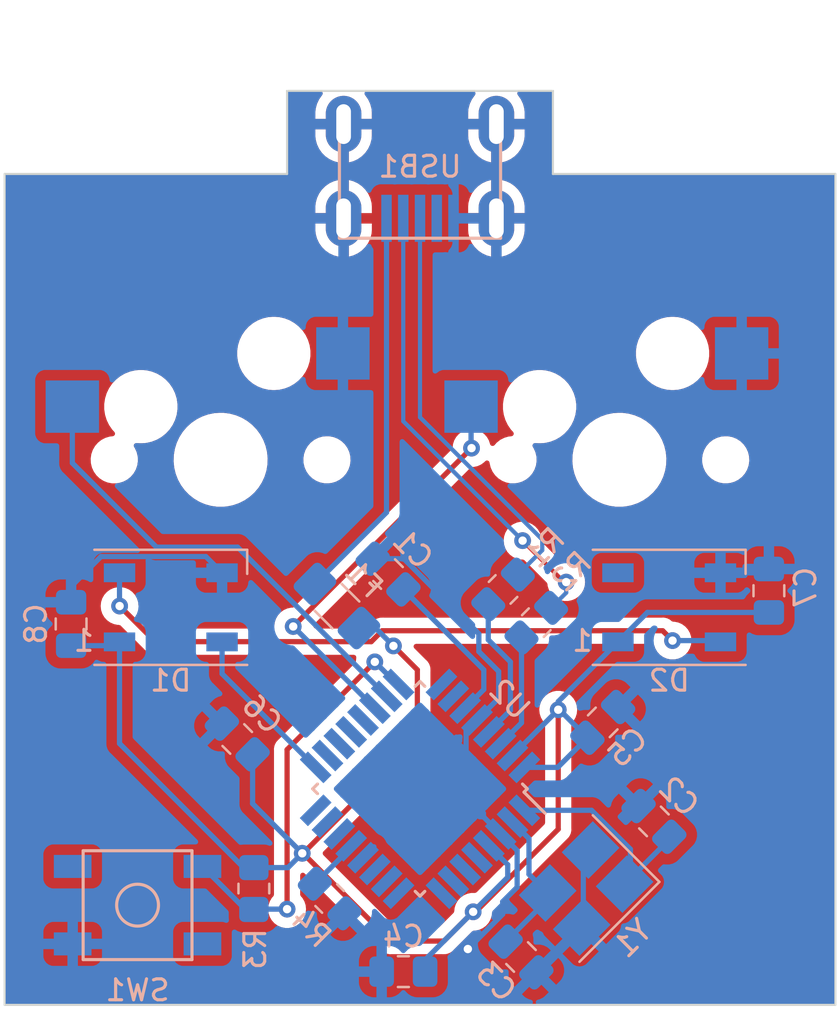
<source format=kicad_pcb>
(kicad_pcb (version 20221018) (generator pcbnew)
  (layers (0 "F.Cu" signal) (31 "B.Cu" signal) (34 "B.Paste" user) (35 "F.Paste" user) (36 "B.SilkS" user "B.Silkscreen") (37 "F.SilkS" user "F.Silkscreen") (38 "B.Mask" user) (39 "F.Mask" user) (44 "Edge.Cuts" user))
  (net 0 "")
  (net 1 "Net-(U2-UCAP)")
  (net 2 "GND")
  (net 3 "XTAL1")
  (net 4 "XTAL2")
  (net 5 "+5V")
  (net 6 "Net-(D1-DOUT)")
  (net 7 "LED")
  (net 9 "VCC")
  (net 10 "COL0")
  (net 11 "COL1")
  (net 12 "D+")
  (net 13 "Net-(U2-D+)")
  (net 14 "D-")
  (net 15 "Net-(U2-D-)")
  (net 16 "Net-(U2-PC1{slash}~{RESET})")
  (net 17 "Net-(U2-~{HWB}{slash}PD7)")
  (net 25 "unconnected-(U2-PD6-Pad12)")
  (footprint "MX_Only:MXOnly-1U-Hotswap" (layer "F.Cu") (at 120.65 72.39)
    (fp_text reference "MX1")
    (fp_text value "MX-NoLED")
    (pad "" np_thru_hole circle (at -5.08 0 48.0996) (size 1.75 1.75) (drill 1.75) (layers "*.Cu" "*.Mask"))
    (pad "" np_thru_hole circle (at -3.81 -2.54) (size 3 3) (drill 3) (layers "*.Cu" "*.Mask"))
    (pad "" np_thru_hole circle (at 0 0) (size 3.9878 3.9878) (drill 3.9878) (layers "*.Cu" "*.Mask"))
    (pad "" np_thru_hole circle (at 2.54 -5.08) (size 3 3) (drill 3) (layers "*.Cu" "*.Mask"))
    (pad "" np_thru_hole circle (at 5.08 0 48.0996) (size 1.75 1.75) (drill 1.75) (layers "*.Cu" "*.Mask"))
    (pad "1" smd rect (at -7.085 -2.54) (size 2.55 2.5) (layers "B.Cu" "B.Paste" "B.Mask") (net 10 "COL0"))
    (pad "2" smd rect (at 5.842 -5.08) (size 2.55 2.5) (layers "B.Cu" "B.Paste" "B.Mask") (net 2 "GND"))
  )
  (footprint "MX_Only:MXOnly-1U-Hotswap" (layer "F.Cu") (at 139.7 72.39)
    (fp_text reference "MX2")
    (fp_text value "MX-NoLED")
    (pad "" np_thru_hole circle (at -5.08 0 48.0996) (size 1.75 1.75) (drill 1.75) (layers "*.Cu" "*.Mask"))
    (pad "" np_thru_hole circle (at -3.81 -2.54) (size 3 3) (drill 3) (layers "*.Cu" "*.Mask"))
    (pad "" np_thru_hole circle (at 0 0) (size 3.9878 3.9878) (drill 3.9878) (layers "*.Cu" "*.Mask"))
    (pad "" np_thru_hole circle (at 2.54 -5.08) (size 3 3) (drill 3) (layers "*.Cu" "*.Mask"))
    (pad "" np_thru_hole circle (at 5.08 0 48.0996) (size 1.75 1.75) (drill 1.75) (layers "*.Cu" "*.Mask"))
    (pad "1" smd rect (at -7.085 -2.54) (size 2.55 2.5) (layers "B.Cu" "B.Paste" "B.Mask") (net 11 "COL1"))
    (pad "2" smd rect (at 5.842 -5.08) (size 2.55 2.5) (layers "B.Cu" "B.Paste" "B.Mask") (net 2 "GND"))
  )
  (footprint "LED_SMD:LED_WS2812B_PLCC4_5.0x5.0mm_P3.2mm" (layer "B.Cu") (at 118.26875 79.4375)
    (fp_text reference "D1" (at 0 3.5) (layer "B.SilkS") (effects (justify mirror)))
    (fp_text value "WS2812B")
    (fp_text user "1" (at -4.15 1.6) (layer "B.SilkS") (effects (justify mirror)))
    (fp_line (start -3.65 -2.75) (end 3.65 -2.75) (stroke (width 0.12)) (layer "B.SilkS"))
    (fp_line (start -3.65 2.75) (end 3.65 2.75) (stroke (width 0.12)) (layer "B.SilkS"))
    (fp_line (start 3.65 -2.75) (end 3.65 -1.6) (stroke (width 0.12)) (layer "B.SilkS"))
    (pad "1" smd rect (at -2.45 1.65) (size 1.5 0.9) (layers "B.Cu" "B.Paste" "B.Mask") (net 5 "+5V"))
    (pad "2" smd rect (at -2.45 -1.65) (size 1.5 0.9) (layers "B.Cu" "B.Paste" "B.Mask") (net 6 "Net-(D1-DOUT)"))
    (pad "3" smd rect (at 2.45 -1.65) (size 1.5 0.9) (layers "B.Cu" "B.Paste" "B.Mask") (net 2 "GND"))
    (pad "4" smd rect (at 2.45 1.65) (size 1.5 0.9) (layers "B.Cu" "B.Paste" "B.Mask") (net 7 "LED"))
  )
  (footprint "Capacitor_SMD:C_0805_2012Metric_Pad1.18x1.45mm_HandSolder" (layer "B.Cu") (at 129.38125 96.8375 180)
    (fp_text reference "C4" (at 0 1.68) (layer "B.SilkS") (effects (justify mirror)))
    (fp_text value "0.1uF")
    (fp_line (start -0.261252 -0.735) (end 0.261252 -0.735) (stroke (width 0.12)) (layer "B.SilkS"))
    (fp_line (start -0.261252 0.735) (end 0.261252 0.735) (stroke (width 0.12)) (layer "B.SilkS"))
    (pad "1" smd roundrect (at -1.0375 0 180) (size 1.175 1.45) (layers "B.Cu" "B.Paste" "B.Mask") (roundrect_rratio 0.2127659574) (net 5 "+5V"))
    (pad "2" smd roundrect (at 1.0375 0 180) (size 1.175 1.45) (layers "B.Cu" "B.Paste" "B.Mask") (roundrect_rratio 0.2127659574) (net 2 "GND"))
  )
  (footprint "Resistor_SMD:R_0805_2012Metric_Pad1.20x1.40mm_HandSolder" (layer "B.Cu") (at 125.857 93.345 -45)
    (fp_text reference "R4" (at 0.35921 1.616446 135) (layer "B.SilkS") (effects (justify mirror)))
    (fp_text value "10k")
    (fp_line (start -0.227064 -0.735) (end 0.227064 -0.735) (stroke (width 0.12)) (layer "B.SilkS"))
    (fp_line (start -0.227064 0.735) (end 0.227064 0.735) (stroke (width 0.12)) (layer "B.SilkS"))
    (pad "1" smd roundrect (at -1 0 315) (size 1.2 1.4) (layers "B.Cu" "B.Paste" "B.Mask") (roundrect_rratio 0.2083333333) (net 17 "Net-(U2-~{HWB}{slash}PD7)"))
    (pad "2" smd roundrect (at 1 0 315) (size 1.2 1.4) (layers "B.Cu" "B.Paste" "B.Mask") (roundrect_rratio 0.2083333333) (net 2 "GND"))
  )
  (footprint "Resistor_SMD:R_0805_2012Metric_Pad1.20x1.40mm_HandSolder" (layer "B.Cu") (at 135.73125 80.16875 -135)
    (fp_text reference "R2" (at -2.918583 0.538815 45) (layer "B.SilkS") (effects (justify mirror)))
    (fp_text value "22")
    (fp_line (start -0.227064 -0.735) (end 0.227064 -0.735) (stroke (width 0.12)) (layer "B.SilkS"))
    (fp_line (start -0.227064 0.735) (end 0.227064 0.735) (stroke (width 0.12)) (layer "B.SilkS"))
    (pad "1" smd roundrect (at -1 0 225) (size 1.2 1.4) (layers "B.Cu" "B.Paste" "B.Mask") (roundrect_rratio 0.2083333333) (net 14 "D-"))
    (pad "2" smd roundrect (at 1 0 225) (size 1.2 1.4) (layers "B.Cu" "B.Paste" "B.Mask") (roundrect_rratio 0.2083333333) (net 15 "Net-(U2-D-)"))
  )
  (footprint "Capacitor_SMD:C_0805_2012Metric_Pad1.18x1.45mm_HandSolder" (layer "B.Cu") (at 138.90625 84.93125 45)
    (fp_text reference "C5" (at 0 1.68 45) (layer "B.SilkS") (effects (justify mirror)))
    (fp_text value "0.1uF")
    (fp_line (start -0.261252 -0.735) (end 0.261252 -0.735) (stroke (width 0.12)) (layer "B.SilkS"))
    (fp_line (start -0.261252 0.735) (end 0.261252 0.735) (stroke (width 0.12)) (layer "B.SilkS"))
    (pad "1" smd roundrect (at -1.0375 0 45) (size 1.175 1.45) (layers "B.Cu" "B.Paste" "B.Mask") (roundrect_rratio 0.2127659574) (net 5 "+5V"))
    (pad "2" smd roundrect (at 1.0375 0 45) (size 1.175 1.45) (layers "B.Cu" "B.Paste" "B.Mask") (roundrect_rratio 0.2127659574) (net 2 "GND"))
  )
  (footprint "Fuse:Fuse_1206_3216Metric_Pad1.42x1.75mm_HandSolder" (layer "B.Cu") (at 126.20625 79.375 135)
    (fp_text reference "F1" (at 0 1.82 135) (layer "B.SilkS") (effects (justify mirror)))
    (fp_text value "500mah")
    (fp_line (start -0.602064 -0.91) (end 0.602064 -0.91) (stroke (width 0.12)) (layer "B.SilkS"))
    (fp_line (start -0.602064 0.91) (end 0.602064 0.91) (stroke (width 0.12)) (layer "B.SilkS"))
    (pad "1" smd roundrect (at -1.4875 0 135) (size 1.425 1.75) (layers "B.Cu" "B.Paste" "B.Mask") (roundrect_rratio 0.1754392982) (net 5 "+5V"))
    (pad "2" smd roundrect (at 1.4875 0 135) (size 1.425 1.75) (layers "B.Cu" "B.Paste" "B.Mask") (roundrect_rratio 0.1754392982) (net 9 "VCC"))
  )
  (footprint "Resistor_SMD:R_0805_2012Metric_Pad1.20x1.40mm_HandSolder" (layer "B.Cu") (at 134.14375 78.58125 -135)
    (fp_text reference "R1" (at -2.828781 0 45) (layer "B.SilkS") (effects (justify mirror)))
    (fp_text value "22")
    (fp_line (start -0.227064 -0.735) (end 0.227064 -0.735) (stroke (width 0.12)) (layer "B.SilkS"))
    (fp_line (start -0.227064 0.735) (end 0.227064 0.735) (stroke (width 0.12)) (layer "B.SilkS"))
    (pad "1" smd roundrect (at -1 0 225) (size 1.2 1.4) (layers "B.Cu" "B.Paste" "B.Mask") (roundrect_rratio 0.2083333333) (net 12 "D+"))
    (pad "2" smd roundrect (at 1 0 225) (size 1.2 1.4) (layers "B.Cu" "B.Paste" "B.Mask") (roundrect_rratio 0.2083333333) (net 13 "Net-(U2-D+)"))
  )
  (footprint "Capacitor_SMD:C_0805_2012Metric_Pad1.18x1.45mm_HandSolder" (layer "B.Cu") (at 113.50625 80.23125 -90)
    (fp_text reference "C8" (at 0 1.68 90) (layer "B.SilkS") (effects (justify mirror)))
    (fp_text value "0.1uF")
    (fp_line (start -0.261252 -0.735) (end 0.261252 -0.735) (stroke (width 0.12)) (layer "B.SilkS"))
    (fp_line (start -0.261252 0.735) (end 0.261252 0.735) (stroke (width 0.12)) (layer "B.SilkS"))
    (pad "1" smd roundrect (at -1.0375 0 270) (size 1.175 1.45) (layers "B.Cu" "B.Paste" "B.Mask") (roundrect_rratio 0.2127659574) (net 2 "GND"))
    (pad "2" smd roundrect (at 1.0375 0 270) (size 1.175 1.45) (layers "B.Cu" "B.Paste" "B.Mask") (roundrect_rratio 0.2127659574) (net 5 "+5V"))
  )
  (footprint "Capacitor_SMD:C_0805_2012Metric_Pad1.18x1.45mm_HandSolder" (layer "B.Cu") (at 141.351 89.662 135)
    (fp_text reference "C2" (at 0 1.679999 135) (layer "B.SilkS") (effects (justify mirror)))
    (fp_text value "14pF")
    (fp_line (start -0.261252 -0.735) (end 0.261252 -0.735) (stroke (width 0.12)) (layer "B.SilkS"))
    (fp_line (start -0.261252 0.735) (end 0.261252 0.735) (stroke (width 0.12)) (layer "B.SilkS"))
    (pad "1" smd roundrect (at -1.0375 0 135) (size 1.175 1.45) (layers "B.Cu" "B.Paste" "B.Mask") (roundrect_rratio 0.2127659574) (net 3 "XTAL1"))
    (pad "2" smd roundrect (at 1.0375 0 135) (size 1.175 1.45) (layers "B.Cu" "B.Paste" "B.Mask") (roundrect_rratio 0.2127659574) (net 2 "GND"))
  )
  (footprint "random-keyboard-parts:Molex-0548190589" (layer "B.Cu") (at 130.175 56.35625 -90)
    (fp_text reference "USB1" (at 2.032 0 -360) (layer "B.SilkS") (effects (justify mirror)))
    (fp_text value "Molex-0548190589")
    (fp_line (start 0 -3.85) (end 5.45 -3.85) (stroke (width 0.15)) (layer "B.SilkS"))
    (fp_line (start 0 3.85) (end 5.45 3.85) (stroke (width 0.15)) (layer "B.SilkS"))
    (fp_line (start 5.45 3.85) (end 5.45 -3.85) (stroke (width 0.15)) (layer "B.SilkS"))
    (pad "1" smd rect (at 4.5 -1.6 270) (size 2.25 0.5) (layers "B.Cu" "B.Paste" "B.Mask") (net 2 "GND"))
    (pad "2" smd rect (at 4.5 -0.8 270) (size 2.25 0.5) (layers "B.Cu" "B.Paste" "B.Mask"))
    (pad "3" smd rect (at 4.5 0 270) (size 2.25 0.5) (layers "B.Cu" "B.Paste" "B.Mask") (net 12 "D+"))
    (pad "4" smd rect (at 4.5 0.8 270) (size 2.25 0.5) (layers "B.Cu" "B.Paste" "B.Mask") (net 14 "D-"))
    (pad "5" smd rect (at 4.5 1.6 270) (size 2.25 0.5) (layers "B.Cu" "B.Paste" "B.Mask") (net 9 "VCC"))
    (pad "6" thru_hole oval (at 0 -3.65 270) (size 2.7 1.7) (drill oval 1.9 0.7) (layers "*.Cu" "*.Mask") (net 2 "GND"))
    (pad "6" thru_hole oval (at 0 3.65 270) (size 2.7 1.7) (drill oval 1.9 0.7) (layers "*.Cu" "*.Mask") (net 2 "GND"))
    (pad "6" thru_hole oval (at 4.5 -3.65 270) (size 2.7 1.7) (drill oval 1.9 0.7) (layers "*.Cu" "*.Mask") (net 2 "GND"))
    (pad "6" thru_hole oval (at 4.5 3.65 270) (size 2.7 1.7) (drill oval 1.9 0.7) (layers "*.Cu" "*.Mask") (net 2 "GND"))
  )
  (footprint "Capacitor_SMD:C_0805_2012Metric_Pad1.18x1.45mm_HandSolder" (layer "B.Cu") (at 121.44375 85.725 135)
    (fp_text reference "C6" (at 0 1.68 135) (layer "B.SilkS") (effects (justify mirror)))
    (fp_text value "10uF")
    (fp_line (start -0.261252 -0.735) (end 0.261252 -0.735) (stroke (width 0.12)) (layer "B.SilkS"))
    (fp_line (start -0.261252 0.735) (end 0.261252 0.735) (stroke (width 0.12)) (layer "B.SilkS"))
    (pad "1" smd roundrect (at -1.0375 0 135) (size 1.175 1.45) (layers "B.Cu" "B.Paste" "B.Mask") (roundrect_rratio 0.2127659574) (net 5 "+5V"))
    (pad "2" smd roundrect (at 1.0375 0 135) (size 1.175 1.45) (layers "B.Cu" "B.Paste" "B.Mask") (roundrect_rratio 0.2127659574) (net 2 "GND"))
  )
  (footprint "random-keyboard-parts:SKQGADE010" (layer "B.Cu") (at 116.68125 93.6625 180)
    (fp_text reference "SW1" (at 0 -4.064) (layer "B.SilkS") (effects (justify mirror)))
    (fp_text value "SW_Push")
    (fp_line (start -2.6 -2.6) (end -2.6 2.6) (stroke (width 0.15)) (layer "B.SilkS"))
    (fp_line (start -2.6 2.6) (end 2.6 2.6) (stroke (width 0.15)) (layer "B.SilkS"))
    (fp_line (start 2.6 -2.6) (end -2.6 -2.6) (stroke (width 0.15)) (layer "B.SilkS"))
    (fp_line (start 2.6 2.6) (end 2.6 -2.6) (stroke (width 0.15)) (layer "B.SilkS"))
    (fp_circle (center 0 0) (end 1 0) (stroke (width 0.15)) (fill none) (layer "B.SilkS"))
    (pad "1" smd rect (at 3.1 -1.85 180) (size 1.8 1.1) (layers "B.Cu" "B.Paste" "B.Mask") (net 2 "GND"))
    (pad "2" smd rect (at -3.1 1.85 180) (size 1.8 1.1) (layers "B.Cu" "B.Paste" "B.Mask") (net 16 "Net-(U2-PC1{slash}~{RESET})"))
    (pad "3" smd rect (at 3.1 1.85 180) (size 1.8 1.1) (layers "B.Cu" "B.Paste" "B.Mask"))
    (pad "4" smd rect (at -3.1 -1.85 180) (size 1.8 1.1) (layers "B.Cu" "B.Paste" "B.Mask"))
  )
  (footprint "Capacitor_SMD:C_0805_2012Metric_Pad1.18x1.45mm_HandSolder" (layer "B.Cu") (at 146.84375 78.64375 -90)
    (fp_text reference "C7" (at -0.15775 -1.74625 -270) (layer "B.SilkS") (effects (justify mirror)))
    (fp_text value "0.1uF")
    (fp_line (start -0.261252 -0.735) (end 0.261252 -0.735) (stroke (width 0.12)) (layer "B.SilkS"))
    (fp_line (start -0.261252 0.735) (end 0.261252 0.735) (stroke (width 0.12)) (layer "B.SilkS"))
    (pad "1" smd roundrect (at -1.0375 0 270) (size 1.175 1.45) (layers "B.Cu" "B.Paste" "B.Mask") (roundrect_rratio 0.2127659574) (net 2 "GND"))
    (pad "2" smd roundrect (at 1.0375 0 270) (size 1.175 1.45) (layers "B.Cu" "B.Paste" "B.Mask") (roundrect_rratio 0.2127659574) (net 5 "+5V"))
  )
  (footprint "Resistor_SMD:R_0805_2012Metric_Pad1.20x1.40mm_HandSolder" (layer "B.Cu") (at 122.2375 92.86875 -90)
    (fp_text reference "R3" (at 2.88925 -0.0635 90) (layer "B.SilkS") (effects (justify mirror)))
    (fp_text value "10k")
    (fp_line (start -0.227064 -0.735) (end 0.227064 -0.735) (stroke (width 0.12)) (layer "B.SilkS"))
    (fp_line (start -0.227064 0.735) (end 0.227064 0.735) (stroke (width 0.12)) (layer "B.SilkS"))
    (pad "1" smd roundrect (at -1 0 270) (size 1.2 1.4) (layers "B.Cu" "B.Paste" "B.Mask") (roundrect_rratio 0.2083333333) (net 5 "+5V"))
    (pad "2" smd roundrect (at 1 0 270) (size 1.2 1.4) (layers "B.Cu" "B.Paste" "B.Mask") (roundrect_rratio 0.2083333333) (net 16 "Net-(U2-PC1{slash}~{RESET})"))
  )
  (footprint "Capacitor_SMD:C_0805_2012Metric_Pad1.18x1.45mm_HandSolder" (layer "B.Cu") (at 135.001 96.139 -45)
    (fp_text reference "C3" (at 0 1.68 135) (layer "B.SilkS") (effects (justify mirror)))
    (fp_text value "14pF")
    (fp_line (start -0.261252 -0.735) (end 0.261252 -0.735) (stroke (width 0.12)) (layer "B.SilkS"))
    (fp_line (start -0.261252 0.735) (end 0.261252 0.735) (stroke (width 0.12)) (layer "B.SilkS"))
    (pad "1" smd roundrect (at -1.0375 0 315) (size 1.175 1.45) (layers "B.Cu" "B.Paste" "B.Mask") (roundrect_rratio 0.2127659574) (net 4 "XTAL2"))
    (pad "2" smd roundrect (at 1.0375 0 315) (size 1.175 1.45) (layers "B.Cu" "B.Paste" "B.Mask") (roundrect_rratio 0.2127659574) (net 2 "GND"))
  )
  (footprint "LED_SMD:LED_WS2812B_PLCC4_5.0x5.0mm_P3.2mm" (layer "B.Cu") (at 142.08125 79.4375)
    (fp_text reference "D2" (at 0 3.5) (layer "B.SilkS") (effects (justify mirror)))
    (fp_text value "WS2812B")
    (fp_text user "1" (at -4.15 1.6) (layer "B.SilkS") (effects (justify mirror)))
    (fp_line (start -3.65 -2.75) (end 3.65 -2.75) (stroke (width 0.12)) (layer "B.SilkS"))
    (fp_line (start -3.65 2.75) (end 3.65 2.75) (stroke (width 0.12)) (layer "B.SilkS"))
    (fp_line (start 3.65 -2.75) (end 3.65 -1.6) (stroke (width 0.12)) (layer "B.SilkS"))
    (pad "1" smd rect (at -2.45 1.65) (size 1.5 0.9) (layers "B.Cu" "B.Paste" "B.Mask") (net 5 "+5V"))
    (pad "2" smd rect (at -2.45 -1.65) (size 1.5 0.9) (layers "B.Cu" "B.Paste" "B.Mask"))
    (pad "3" smd rect (at 2.45 -1.65) (size 1.5 0.9) (layers "B.Cu" "B.Paste" "B.Mask") (net 2 "GND"))
    (pad "4" smd rect (at 2.45 1.65) (size 1.5 0.9) (layers "B.Cu" "B.Paste" "B.Mask") (net 6 "Net-(D1-DOUT)"))
  )
  (footprint "Package_QFP:TQFP-32_7x7mm_P0.8mm" (layer "B.Cu") (at 130.175 88.10625 135)
    (fp_text reference "U2" (at 0 6.05 135) (layer "B.SilkS") (effects (justify mirror)))
    (fp_text value "ATmega32U2-AU")
    (fp_line (start -3.625 -3.625) (end -3.625 -3.3) (stroke (width 0.15)) (layer "B.SilkS"))
    (fp_line (start -3.625 -3.625) (end -3.3 -3.625) (stroke (width 0.15)) (layer "B.SilkS"))
    (fp_line (start -3.625 3.4) (end -5.05 3.4) (stroke (width 0.15)) (layer "B.SilkS"))
    (fp_line (start -3.625 3.625) (end -3.625 3.4) (stroke (width 0.15)) (layer "B.SilkS"))
    (fp_line (start -3.625 3.625) (end -3.3 3.625) (stroke (width 0.15)) (layer "B.SilkS"))
    (fp_line (start 3.625 -3.625) (end 3.3 -3.625) (stroke (width 0.15)) (layer "B.SilkS"))
    (fp_line (start 3.625 -3.625) (end 3.625 -3.3) (stroke (width 0.15)) (layer "B.SilkS"))
    (fp_line (start 3.625 3.625) (end 3.3 3.625) (stroke (width 0.15)) (layer "B.SilkS"))
    (fp_line (start 3.625 3.625) (end 3.625 3.3) (stroke (width 0.15)) (layer "B.SilkS"))
    (pad "1" smd rect (at -4.25 2.8 135) (size 1.6 0.55) (layers "B.Cu" "B.Paste" "B.Mask") (net 3 "XTAL1"))
    (pad "2" smd rect (at -4.25 2 135) (size 1.6 0.55) (layers "B.Cu" "B.Paste" "B.Mask") (net 4 "XTAL2"))
    (pad "3" smd rect (at -4.25 1.2 135) (size 1.6 0.55) (layers "B.Cu" "B.Paste" "B.Mask") (net 2 "GND"))
    (pad "4" smd rect (at -4.25 0.4 135) (size 1.6 0.55) (layers "B.Cu" "B.Paste" "B.Mask") (net 5 "+5V"))
    (pad "5" smd rect (at -4.25 -0.4 135) (size 1.6 0.55) (layers "B.Cu" "B.Paste" "B.Mask"))
    (pad "6" smd rect (at -4.25 -1.2 135) (size 1.6 0.55) (layers "B.Cu" "B.Paste" "B.Mask"))
    (pad "7" smd rect (at -4.25 -2 135) (size 1.6 0.55) (layers "B.Cu" "B.Paste" "B.Mask"))
    (pad "8" smd rect (at -4.25 -2.8 135) (size 1.6 0.55) (layers "B.Cu" "B.Paste" "B.Mask"))
    (pad "9" smd rect (at -2.8 -4.25 45) (size 1.6 0.55) (layers "B.Cu" "B.Paste" "B.Mask"))
    (pad "10" smd rect (at -2 -4.25 45) (size 1.6 0.55) (layers "B.Cu" "B.Paste" "B.Mask"))
    (pad "11" smd rect (at -1.2 -4.25 45) (size 1.6 0.55) (layers "B.Cu" "B.Paste" "B.Mask"))
    (pad "12" smd rect (at -0.4 -4.25 45) (size 1.6 0.55) (layers "B.Cu" "B.Paste" "B.Mask") (net 25 "unconnected-(U2-PD6-Pad12)"))
    (pad "13" smd rect (at 0.4 -4.25 45) (size 1.6 0.55) (layers "B.Cu" "B.Paste" "B.Mask") (net 17 "Net-(U2-~{HWB}{slash}PD7)"))
    (pad "14" smd rect (at 1.2 -4.25 45) (size 1.6 0.55) (layers "B.Cu" "B.Paste" "B.Mask"))
    (pad "15" smd rect (at 2 -4.25 45) (size 1.6 0.55) (layers "B.Cu" "B.Paste" "B.Mask"))
    (pad "16" smd rect (at 2.8 -4.25 45) (size 1.6 0.55) (layers "B.Cu" "B.Paste" "B.Mask"))
    (pad "17" smd rect (at 4.25 -2.8 135) (size 1.6 0.55) (layers "B.Cu" "B.Paste" "B.Mask") (net 7 "LED"))
    (pad "18" smd rect (at 4.25 -2 135) (size 1.6 0.55) (layers "B.Cu" "B.Paste" "B.Mask"))
    (pad "19" smd rect (at 4.25 -1.2 135) (size 1.6 0.55) (layers "B.Cu" "B.Paste" "B.Mask"))
    (pad "20" smd rect (at 4.25 -0.4 135) (size 1.6 0.55) (layers "B.Cu" "B.Paste" "B.Mask"))
    (pad "21" smd rect (at 4.25 0.4 135) (size 1.6 0.55) (layers "B.Cu" "B.Paste" "B.Mask"))
    (pad "22" smd rect (at 4.25 1.2 135) (size 1.6 0.55) (layers "B.Cu" "B.Paste" "B.Mask") (net 11 "COL1"))
    (pad "23" smd rect (at 4.25 2 135) (size 1.6 0.55) (layers "B.Cu" "B.Paste" "B.Mask") (net 10 "COL0"))
    (pad "24" smd rect (at 4.25 2.8 135) (size 1.6 0.55) (layers "B.Cu" "B.Paste" "B.Mask") (net 16 "Net-(U2-PC1{slash}~{RESET})"))
    (pad "25" smd rect (at 2.8 4.25 45) (size 1.6 0.55) (layers "B.Cu" "B.Paste" "B.Mask"))
    (pad "26" smd rect (at 2 4.25 45) (size 1.6 0.55) (layers "B.Cu" "B.Paste" "B.Mask"))
    (pad "27" smd rect (at 1.2 4.25 45) (size 1.6 0.55) (layers "B.Cu" "B.Paste" "B.Mask") (net 1 "Net-(U2-UCAP)"))
    (pad "28" smd rect (at 0.4 4.25 45) (size 1.6 0.55) (layers "B.Cu" "B.Paste" "B.Mask") (net 2 "GND"))
    (pad "29" smd rect (at -0.4 4.25 45) (size 1.6 0.55) (layers "B.Cu" "B.Paste" "B.Mask") (net 13 "Net-(U2-D+)"))
    (pad "30" smd rect (at -1.2 4.25 45) (size 1.6 0.55) (layers "B.Cu" "B.Paste" "B.Mask") (net 15 "Net-(U2-D-)"))
    (pad "31" smd rect (at -2 4.25 45) (size 1.6 0.55) (layers "B.Cu" "B.Paste" "B.Mask") (net 5 "+5V"))
    (pad "32" smd rect (at -2.8 4.25 45) (size 1.6 0.55) (layers "B.Cu" "B.Paste" "B.Mask") (net 5 "+5V"))
  )
  (footprint "Capacitor_SMD:C_0805_2012Metric_Pad1.18x1.45mm_HandSolder" (layer "B.Cu") (at 128.647627 77.847627 135)
    (fp_text reference "C1" (at 0 1.679999 135) (layer "B.SilkS") (effects (justify mirror)))
    (fp_text value "1uF")
    (fp_line (start -0.261252 -0.735) (end 0.261252 -0.735) (stroke (width 0.12)) (layer "B.SilkS"))
    (fp_line (start -0.261252 0.735) (end 0.261252 0.735) (stroke (width 0.12)) (layer "B.SilkS"))
    (pad "1" smd roundrect (at -1.0375 0 135) (size 1.175 1.45) (layers "B.Cu" "B.Paste" "B.Mask") (roundrect_rratio 0.2127659574) (net 1 "Net-(U2-UCAP)"))
    (pad "2" smd roundrect (at 1.0375 0 135) (size 1.175 1.45) (layers "B.Cu" "B.Paste" "B.Mask") (roundrect_rratio 0.2127659574) (net 2 "GND"))
  )
  (footprint "Crystal:Crystal_SMD_3225-4Pin_3.2x2.5mm_HandSoldering" (layer "B.Cu") (at 138.1125 92.86875 -135)
    (fp_text reference "Y1" (at 0.112253 -3.255343 45) (layer "B.SilkS") (effects (justify mirror)))
    (fp_text value "16MHz")
    (fp_line (start -2.7 -2.25) (end 2.7 -2.25) (stroke (width 0.12)) (layer "B.SilkS"))
    (fp_line (start -2.7 2.25) (end -2.7 -2.25) (stroke (width 0.12)) (layer "B.SilkS"))
    (pad "1" smd rect (at -1.45 -1.15 225) (size 2.1 1.8) (layers "B.Cu" "B.Paste" "B.Mask") (net 3 "XTAL1"))
    (pad "2" smd rect (at 1.45 -1.15 225) (size 2.1 1.8) (layers "B.Cu" "B.Paste" "B.Mask") (net 2 "GND"))
    (pad "3" smd rect (at 1.45 1.15 225) (size 2.1 1.8) (layers "B.Cu" "B.Paste" "B.Mask") (net 4 "XTAL2"))
    (pad "4" smd rect (at -1.45 1.15 225) (size 2.1 1.8) (layers "B.Cu" "B.Paste" "B.Mask") (net 2 "GND"))
  )
  (gr_line (start 110.33125 58.7375) (end 110.33125 98.425) (stroke (width 0.1)) (layer "Edge.Cuts"))
  (gr_line (start 123.825 58.7375) (end 123.825 54.76875) (stroke (width 0.1)) (layer "Edge.Cuts"))
  (gr_line (start 136.525 54.76875) (end 136.525 58.7375) (stroke (width 0.1)) (layer "Edge.Cuts"))
  (gr_line (start 110.33125 58.7375) (end 123.825 58.7375) (stroke (width 0.1)) (layer "Edge.Cuts"))
  (gr_line (start 150.01875 98.425) (end 150.01875 58.7375) (stroke (width 0.1)) (layer "Edge.Cuts"))
  (gr_line (start 123.825 54.76875) (end 136.525 54.76875) (stroke (width 0.1)) (layer "Edge.Cuts"))
  (gr_line (start 136.525 58.7375) (end 150.01875 58.7375) (stroke (width 0.1)) (layer "Edge.Cuts"))
  (gr_line (start 110.33125 98.425) (end 150.01875 98.425) (stroke (width 0.1)) (layer "Edge.Cuts"))
  (segment (start 129.38125 78.58125) (end 133.223 82.423) (width 0.25) (layer "B.Cu") (net 1))
  (segment (start 133.223 83.361194) (end 132.331676 84.252518) (width 0.25) (layer "B.Cu") (net 1))
  (segment (start 133.223 82.423) (end 133.223 83.361194) (width 0.25) (layer "B.Cu") (net 1))
  (via (at 132.461 95.758) (size 0.8) (drill 0.4) (layers "F.Cu" "B.Cu") (net 2))
  (segment (start 113.50625 79.19375) (end 113.50625 78.44038) (width 0.25) (layer "B.Cu") (net 2))
  (segment (start 146.6625 77.7875) (end 146.84375 77.60625) (width 0.25) (layer "B.Cu") (net 2))
  (segment (start 137.900018 94.707228) (end 137.900368 94.707228) (width 0.25) (layer "B.Cu") (net 2))
  (segment (start 132.897361 84.818203) (end 132.377907 85.337657) (width 0.25) (layer "B.Cu") (net 2))
  (segment (start 134.816 92.806492) (end 134.12643 93.496062) (width 0.25) (layer "B.Cu") (net 2))
  (segment (start 129.39893 77.114004) (end 132.986643 80.701717) (width 0.25) (layer "B.Cu") (net 2))
  (segment (start 134.816 91.050194) (end 134.816 92.806492) (width 0.25) (layer "B.Cu") (net 2))
  (segment (start 132.377907 85.337657) (end 132.377907 88.612101) (width 0.25) (layer "B.Cu") (net 2))
  (segment (start 135.734623 96.872623) (end 137.900018 94.707228) (width 0.25) (layer "B.Cu") (net 2))
  (segment (start 132.986643 80.701717) (end 132.986643 81.550247) (width 0.25) (layer "B.Cu") (net 2))
  (segment (start 133.93377 82.497374) (end 133.93377 83.781794) (width 0.25) (layer "B.Cu") (net 2))
  (segment (start 114.93413 77.0125) (end 119.94375 77.0125) (width 0.25) (layer "B.Cu") (net 2))
  (segment (start 137.97788 94.629716) (end 137.97788 91.377024) (width 0.25) (layer "B.Cu") (net 2))
  (segment (start 113.50625 78.44038) (end 114.93413 77.0125) (width 0.25) (layer "B.Cu") (net 2))
  (segment (start 134.12643 94.09257) (end 132.461 95.758) (width 0.25) (layer "B.Cu") (net 2))
  (segment (start 137.900368 94.707228) (end 137.97788 94.629716) (width 0.25) (layer "B.Cu") (net 2))
  (segment (start 132.377907 88.612101) (end 134.028732 90.262926) (width 0.25) (layer "B.Cu") (net 2))
  (segment (start 127.914004 77.114004) (end 129.39893 77.114004) (width 0.25) (layer "B.Cu") (net 2))
  (segment (start 144.53125 77.7875) (end 146.6625 77.7875) (width 0.25) (layer "B.Cu") (net 2))
  (segment (start 134.028732 90.262926) (end 134.816 91.050194) (width 0.25) (layer "B.Cu") (net 2))
  (segment (start 137.97788 91.377024) (end 138.324632 91.030272) (width 0.25) (layer "B.Cu") (net 2))
  (segment (start 134.12643 93.496062) (end 134.12643 94.09257) (width 0.25) (layer "B.Cu") (net 2))
  (segment (start 133.93377 83.781794) (end 132.897361 84.818203) (width 0.25) (layer "B.Cu") (net 2))
  (segment (start 119.94375 77.0125) (end 120.71875 77.7875) (width 0.25) (layer "B.Cu") (net 2))
  (segment (start 132.986643 81.550247) (end 133.93377 82.497374) (width 0.25) (layer "B.Cu") (net 2))
  (segment (start 142.084623 90.522973) (end 142.084623 90.395623) (width 0.25) (layer "B.Cu") (net 3))
  (segment (start 140.227537 90.988633) (end 138.370459 89.131555) (width 0.25) (layer "B.Cu") (net 3))
  (segment (start 139.950978 92.656618) (end 140.227537 92.380059) (width 0.25) (layer "B.Cu") (net 3))
  (segment (start 138.370459 89.131555) (end 135.160103 89.131555) (width 0.25) (layer "B.Cu") (net 3))
  (segment (start 139.950978 92.656618) (end 142.084623 90.522973) (width 0.25) (layer "B.Cu") (net 3))
  (segment (start 140.227537 92.380059) (end 140.227537 90.988633) (width 0.25) (layer "B.Cu") (net 3))
  (segment (start 136.274022 93.080882) (end 135.382 92.18886) (width 0.25) (layer "B.Cu") (net 4))
  (segment (start 134.267377 95.405377) (end 136.274022 93.398732) (width 0.25) (layer "B.Cu") (net 4))
  (segment (start 135.382 90.484823) (end 134.594417 89.69724) (width 0.25) (layer "B.Cu") (net 4))
  (segment (start 136.274022 93.398732) (end 136.274022 93.080882) (width 0.25) (layer "B.Cu") (net 4))
  (segment (start 135.382 92.18886) (end 135.382 90.484823) (width 0.25) (layer "B.Cu") (net 4))
  (segment (start 130.048 85.725) (end 124.587 91.186) (width 0.25) (layer "F.Cu") (net 5))
  (segment (start 128.778 95.377) (end 131.318 95.377) (width 0.25) (layer "F.Cu") (net 5))
  (segment (start 124.587 91.186) (end 124.5495 91.186) (width 0.25) (layer "F.Cu") (net 5))
  (segment (start 130.048 85.725) (end 130.048 82.4225) (width 0.25) (layer "F.Cu") (net 5))
  (segment (start 128.905 81.2795) (end 130.048 82.4225) (width 0.25) (layer "F.Cu") (net 5))
  (segment (start 132.832695 93.98) (end 136.779 90.033695) (width 0.25) (layer "F.Cu") (net 5))
  (segment (start 136.779 90.033695) (end 136.779 84.328) (width 0.25) (layer "F.Cu") (net 5))
  (segment (start 132.715 93.98) (end 132.832695 93.98) (width 0.25) (layer "F.Cu") (net 5))
  (segment (start 124.587 91.186) (end 128.778 95.377) (width 0.25) (layer "F.Cu") (net 5))
  (segment (start 131.318 95.377) (end 132.715 93.98) (width 0.25) (layer "F.Cu") (net 5))
  (via (at 124.5495 91.186) (size 0.8) (drill 0.4) (layers "F.Cu" "B.Cu") (net 5))
  (via (at 132.715 93.98) (size 0.8) (drill 0.4) (layers "F.Cu" "B.Cu") (net 5))
  (via (at 128.905 81.2795) (size 0.8) (drill 0.4) (layers "F.Cu" "B.Cu") (net 5))
  (via (at 136.779 84.328) (size 0.8) (drill 0.4) (layers "F.Cu" "B.Cu") (net 5))
  (segment (start 115.81875 85.94038) (end 121.74712 91.86875) (width 0.25) (layer "B.Cu") (net 5))
  (segment (start 136.835754 84.328) (end 138.172627 85.664873) (width 0.25) (layer "B.Cu") (net 5))
  (segment (start 127.258071 80.426821) (end 128.052321 80.426821) (width 0.25) (layer "B.Cu") (net 5))
  (segment (start 113.50625 81.26875) (end 115.6375 81.26875) (width 0.25) (layer "B.Cu") (net 5))
  (segment (start 123.86675 91.86875) (end 124.5495 91.186) (width 0.25) (layer "B.Cu") (net 5))
  (segment (start 115.6375 81.26875) (end 115.81875 81.0875) (width 0.25) (layer "B.Cu") (net 5))
  (segment (start 134.366 91.731564) (end 133.463047 90.828611) (width 0.25) (layer "B.Cu") (net 5))
  (segment (start 130.41875 96.8375) (end 130.41875 96.27625) (width 0.25) (layer "B.Cu") (net 5))
  (segment (start 134.366 92.329) (end 134.366 91.731564) (width 0.25) (layer "B.Cu") (net 5))
  (segment (start 139.63125 81.0875) (end 141.0375 79.68125) (width 0.25) (layer "B.Cu") (net 5))
  (segment (start 115.81875 81.0875) (end 115.81875 85.94038) (width 0.25) (layer "B.Cu") (net 5))
  (segment (start 136.756555 87.080945) (end 138.172627 85.664873) (width 0.25) (layer "B.Cu") (net 5))
  (segment (start 134.594417 86.512583) (end 136.779 84.328) (width 0.25) (layer "B.Cu") (net 5))
  (segment (start 141.0375 79.68125) (end 146.84375 79.68125) (width 0.25) (layer "B.Cu") (net 5))
  (segment (start 139.63125 81.0875) (end 136.779 83.93975) (width 0.25) (layer "B.Cu") (net 5))
  (segment (start 136.779 84.328) (end 136.835754 84.328) (width 0.25) (layer "B.Cu") (net 5))
  (segment (start 122.2375 91.86875) (end 123.86675 91.86875) (width 0.25) (layer "B.Cu") (net 5))
  (segment (start 132.715 93.98) (end 134.366 92.329) (width 0.25) (layer "B.Cu") (net 5))
  (segment (start 122.177373 88.813873) (end 124.5495 91.186) (width 0.25) (layer "B.Cu") (net 5))
  (segment (start 134.594417 86.51526) (end 134.594417 86.512583) (width 0.25) (layer "B.Cu") (net 5))
  (segment (start 135.160103 87.080945) (end 136.756555 87.080945) (width 0.25) (layer "B.Cu") (net 5))
  (segment (start 113.6875 81.0875) (end 113.50625 81.26875) (width 0.25) (layer "B.Cu") (net 5))
  (segment (start 130.41875 96.27625) (end 132.715 93.98) (width 0.25) (layer "B.Cu") (net 5))
  (segment (start 122.177373 86.458623) (end 122.177373 88.813873) (width 0.25) (layer "B.Cu") (net 5))
  (segment (start 128.052321 80.426821) (end 128.905 81.2795) (width 0.25) (layer "B.Cu") (net 5))
  (segment (start 121.74712 91.86875) (end 122.2375 91.86875) (width 0.25) (layer "B.Cu") (net 5))
  (segment (start 136.779 83.93975) (end 136.779 84.328) (width 0.25) (layer "B.Cu") (net 5))
  (segment (start 115.824 79.375) (end 117.526097 81.077097) (width 0.25) (layer "F.Cu") (net 6))
  (segment (start 141.769 80.555) (end 142.24 81.026) (width 0.25) (layer "F.Cu") (net 6))
  (segment (start 127.845812 81.077097) (end 128.367909 80.555) (width 0.25) (layer "F.Cu") (net 6))
  (segment (start 117.526097 81.077097) (end 127.845812 81.077097) (width 0.25) (layer "F.Cu") (net 6))
  (segment (start 128.367909 80.555) (end 141.769 80.555) (width 0.25) (layer "F.Cu") (net 6))
  (via (at 115.824 79.375) (size 0.8) (drill 0.4) (layers "F.Cu" "B.Cu") (net 6))
  (via (at 142.24 81.026) (size 0.8) (drill 0.4) (layers "F.Cu" "B.Cu") (net 6))
  (segment (start 115.81875 77.7875) (end 115.81875 79.36975) (width 0.25) (layer "B.Cu") (net 6))
  (segment (start 142.24 81.026) (end 144.46975 81.026) (width 0.25) (layer "B.Cu") (net 6))
  (segment (start 144.46975 81.026) (end 144.53125 81.0875) (width 0.25) (layer "B.Cu") (net 6))
  (segment (start 115.81875 79.36975) (end 115.824 79.375) (width 0.25) (layer "B.Cu") (net 6))
  (segment (start 120.71875 82.609798) (end 125.189897 87.080945) (width 0.25) (layer "B.Cu") (net 7))
  (segment (start 120.71875 81.0875) (end 120.71875 82.609798) (width 0.25) (layer "B.Cu") (net 7))
  (segment (start 128.575 74.902608) (end 125.154429 78.323179) (width 0.25) (layer "B.Cu") (net 9))
  (segment (start 128.575 60.85625) (end 128.575 74.902608) (width 0.25) (layer "B.Cu") (net 9))
  (segment (start 117.5835 76.5625) (end 121.459677 76.5625) (width 0.25) (layer "B.Cu") (net 10))
  (segment (start 113.565 72.544) (end 117.5835 76.5625) (width 0.25) (layer "B.Cu") (net 10))
  (segment (start 113.565 69.85) (end 113.565 72.544) (width 0.25) (layer "B.Cu") (net 10))
  (segment (start 121.459677 76.5625) (end 128.58401 83.686833) (width 0.25) (layer "B.Cu") (net 10))
  (segment (start 132.63749 71.83251) (end 124.117903 80.352097) (width 0.25) (layer "F.Cu") (net 11))
  (via (at 132.63749 71.83251) (size 0.8) (drill 0.4) (layers "F.Cu" "B.Cu") (net 11))
  (via (at 124.117903 80.352097) (size 0.8) (drill 0.4) (layers "F.Cu" "B.Cu") (net 11))
  (segment (start 128.018324 84.252518) (end 124.117903 80.352097) (width 0.25) (layer "B.Cu") (net 11))
  (segment (start 123.952 80.186194) (end 123.952 80.137) (width 0.25) (layer "B.Cu") (net 11))
  (segment (start 132.615 71.81002) (end 132.63749 71.83251) (width 0.25) (layer "B.Cu") (net 11))
  (segment (start 132.615 69.85) (end 132.615 71.81002) (width 0.25) (layer "B.Cu") (net 11))
  (segment (start 124.117903 80.352097) (end 123.952 80.186194) (width 0.25) (layer "B.Cu") (net 11))
  (segment (start 130.175 70.359264) (end 136.015736 76.2) (width 0.2) (layer "B.Cu") (net 12))
  (segment (start 136.017 76.2) (end 136.017 76.708) (width 0.2) (layer "B.Cu") (net 12))
  (segment (start 136.017 76.708) (end 134.850857 77.874143) (width 0.2) (layer "B.Cu") (net 12))
  (segment (start 136.015736 76.2) (end 136.017 76.2) (width 0.2) (layer "B.Cu") (net 12))
  (segment (start 130.175 60.85625) (end 130.175 70.359264) (width 0.2) (layer "B.Cu") (net 12))
  (segment (start 134.493 82.042) (end 134.493 84.353936) (width 0.25) (layer "B.Cu") (net 13))
  (segment (start 134.493 84.353936) (end 133.463047 85.383889) (width 0.25) (layer "B.Cu") (net 13))
  (segment (start 133.436643 79.288357) (end 133.436643 80.985643) (width 0.25) (layer "B.Cu") (net 13))
  (segment (start 133.436643 80.985643) (end 134.493 82.042) (width 0.25) (layer "B.Cu") (net 13))
  (segment (start 137.058492 78.232) (end 137.16 78.232) (width 0.2) (layer "F.Cu") (net 14))
  (segment (start 135.077246 76.250754) (end 137.058492 78.232) (width 0.2) (layer "F.Cu") (net 14))
  (via (at 137.16 78.232) (size 0.8) (drill 0.4) (layers "F.Cu" "B.Cu") (net 14))
  (via (at 135.077246 76.250754) (size 0.8) (drill 0.4) (layers "F.Cu" "B.Cu") (net 14))
  (segment (start 129.375 70.548508) (end 135.077246 76.250754) (width 0.2) (layer "B.Cu") (net 14))
  (segment (start 137.16 78.74) (end 136.438357 79.461643) (width 0.2) (layer "B.Cu") (net 14))
  (segment (start 137.16 78.232) (end 137.16 78.74) (width 0.2) (layer "B.Cu") (net 14))
  (segment (start 129.375 60.85625) (end 129.375 70.548508) (width 0.2) (layer "B.Cu") (net 14))
  (segment (start 135.024143 84.954163) (end 134.028732 85.949574) (width 0.25) (layer "B.Cu") (net 15))
  (segment (start 135.024143 80.875857) (end 135.024143 84.954163) (width 0.25) (layer "B.Cu") (net 15))
  (segment (start 128.016 82.042) (end 123.825 86.233) (width 0.25) (layer "F.Cu") (net 16))
  (segment (start 123.825 86.233) (end 123.825 93.853) (width 0.25) (layer "F.Cu") (net 16))
  (via (at 123.825 93.853) (size 0.8) (drill 0.4) (layers "F.Cu" "B.Cu") (net 16))
  (via (at 128.016 82.042) (size 0.8) (drill 0.4) (layers "F.Cu" "B.Cu") (net 16))
  (segment (start 119.78125 91.8125) (end 121.8375 93.86875) (width 0.25) (layer "B.Cu") (net 16))
  (segment (start 122.25325 93.853) (end 122.2375 93.86875) (width 0.25) (layer "B.Cu") (net 16))
  (segment (start 123.825 93.853) (end 122.25325 93.853) (width 0.25) (layer "B.Cu") (net 16))
  (segment (start 129.095147 83.121147) (end 128.016 82.042) (width 0.25) (layer "B.Cu") (net 16))
  (segment (start 129.149695 83.121147) (end 129.095147 83.121147) (width 0.25) (layer "B.Cu") (net 16))
  (segment (start 121.8375 93.86875) (end 122.2375 93.86875) (width 0.25) (layer "B.Cu") (net 16))
  (segment (start 126.886953 90.900833) (end 125.149893 92.637893) (width 0.25) (layer "B.Cu") (net 17))
  (segment (start 126.886953 90.828611) (end 126.886953 90.900833) (width 0.25) (layer "B.Cu") (net 17))
  (segment (start 127.452639 91.394297) (end 127.972093 90.874843) (width 0.25) (layer "B.Cu") (net 25))
  (zone (net 2) (net_name "GND") (layers "F&B.Cu") (connect_pads (clearance 0.5)) (min_thickness 0.25) (fill yes (thermal_gap 0.5) (thermal_bridge_width 0.5))
    (polygon (pts (xy 123.571 54.483) (xy 136.779 54.483) (xy 136.779 58.42) (xy 150.241 58.42) (xy 150.241 98.679) (xy 110.109 98.679) (xy 110.109 58.42) (xy 123.571 58.42)))
  )
)
</source>
